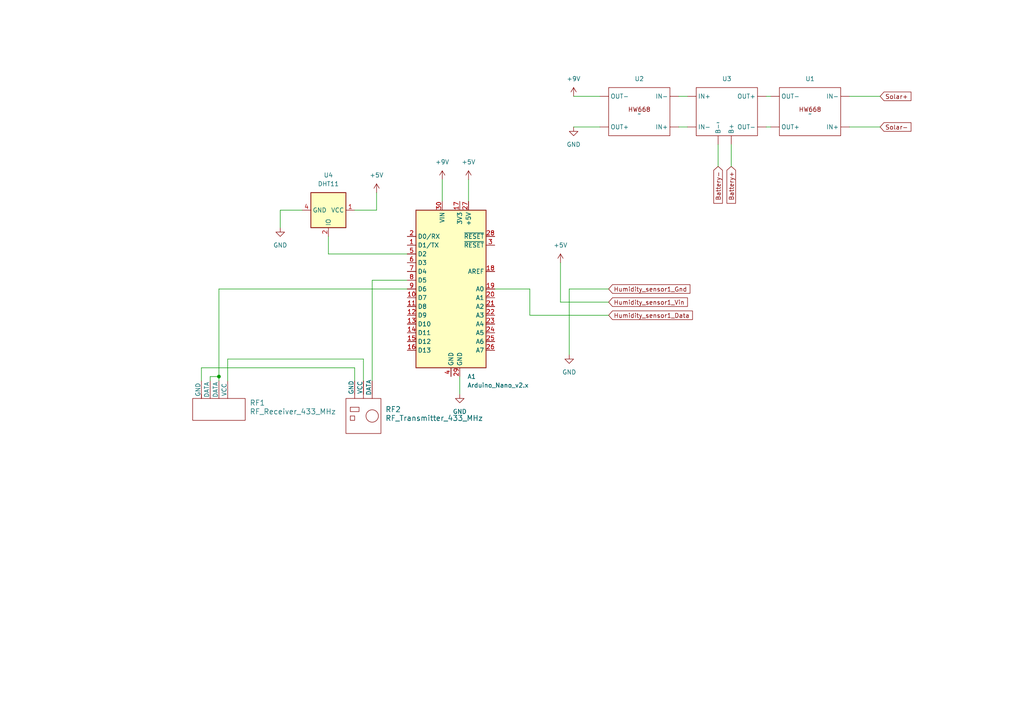
<source format=kicad_sch>
(kicad_sch (version 20230121) (generator eeschema)

  (uuid adbc4fd9-7e07-4b9d-b861-bc11f38dadb9)

  (paper "A4")

  (lib_symbols
    (symbol "Custom:HW668" (in_bom yes) (on_board yes)
      (property "Reference" "U" (at 0 1.27 0)
        (effects (font (size 1.27 1.27)))
      )
      (property "Value" "" (at 0 0 0)
        (effects (font (size 1.27 1.27)))
      )
      (property "Footprint" "" (at 0 0 0)
        (effects (font (size 1.27 1.27)) hide)
      )
      (property "Datasheet" "" (at 0 0 0)
        (effects (font (size 1.27 1.27)) hide)
      )
      (symbol "HW668_0_1"
        (rectangle (start -8.89 6.35) (end 8.89 -7.62)
          (stroke (width 0) (type default))
          (fill (type none))
        )
      )
      (symbol "HW668_1_1"
        (text "HW668\n" (at 0 -1.27 0)
          (effects (font (size 1.27 1.27)))
        )
        (pin input line (at -11.43 3.81 0) (length 2.54)
          (name "IN+" (effects (font (size 1.27 1.27))))
          (number "" (effects (font (size 1.27 1.27))))
        )
        (pin input line (at -11.43 -5.08 0) (length 2.54)
          (name "IN-" (effects (font (size 1.27 1.27))))
          (number "" (effects (font (size 1.27 1.27))))
        )
        (pin output line (at 11.43 3.81 180) (length 2.54)
          (name "OUT+" (effects (font (size 1.27 1.27))))
          (number "" (effects (font (size 1.27 1.27))))
        )
        (pin output line (at 11.43 -5.08 180) (length 2.54)
          (name "OUT-" (effects (font (size 1.27 1.27))))
          (number "" (effects (font (size 1.27 1.27))))
        )
      )
    )
    (symbol "Custom:TP4056" (in_bom yes) (on_board yes)
      (property "Reference" "U" (at 0 0 0)
        (effects (font (size 1.27 1.27)))
      )
      (property "Value" "" (at -2.54 -5.08 0)
        (effects (font (size 1.27 1.27)))
      )
      (property "Footprint" "" (at -2.54 -5.08 0)
        (effects (font (size 1.27 1.27)) hide)
      )
      (property "Datasheet" "" (at -2.54 -5.08 0)
        (effects (font (size 1.27 1.27)) hide)
      )
      (symbol "TP4056_0_1"
        (rectangle (start -8.89 5.08) (end 8.89 -8.89)
          (stroke (width 0) (type default))
          (fill (type none))
        )
      )
      (symbol "TP4056_1_1"
        (pin output line (at 1.27 -11.43 90) (length 2.54)
          (name "B+" (effects (font (size 1.27 1.27))))
          (number "" (effects (font (size 1.27 1.27))))
        )
        (pin output line (at -2.54 -11.43 90) (length 2.54)
          (name "B-" (effects (font (size 1.27 1.27))))
          (number "" (effects (font (size 1.27 1.27))))
        )
        (pin input line (at -11.43 2.54 0) (length 2.54)
          (name "IN+" (effects (font (size 1.27 1.27))))
          (number "" (effects (font (size 1.27 1.27))))
        )
        (pin input line (at -11.43 -6.35 0) (length 2.54)
          (name "IN-" (effects (font (size 1.27 1.27))))
          (number "" (effects (font (size 1.27 1.27))))
        )
        (pin output line (at 11.43 2.54 180) (length 2.54)
          (name "OUT+" (effects (font (size 1.27 1.27))))
          (number "" (effects (font (size 1.27 1.27))))
        )
        (pin output line (at 11.43 -6.35 180) (length 2.54)
          (name "OUT-" (effects (font (size 1.27 1.27))))
          (number "" (effects (font (size 1.27 1.27))))
        )
      )
    )
    (symbol "MCU_Module:Arduino_Nano_v2.x" (in_bom yes) (on_board yes)
      (property "Reference" "A" (at -10.16 23.495 0)
        (effects (font (size 1.27 1.27)) (justify left bottom))
      )
      (property "Value" "Arduino_Nano_v2.x" (at 5.08 -24.13 0)
        (effects (font (size 1.27 1.27)) (justify left top))
      )
      (property "Footprint" "Module:Arduino_Nano" (at 0 0 0)
        (effects (font (size 1.27 1.27) italic) hide)
      )
      (property "Datasheet" "https://www.arduino.cc/en/uploads/Main/ArduinoNanoManual23.pdf" (at 0 0 0)
        (effects (font (size 1.27 1.27)) hide)
      )
      (property "ki_keywords" "Arduino nano microcontroller module USB" (at 0 0 0)
        (effects (font (size 1.27 1.27)) hide)
      )
      (property "ki_description" "Arduino Nano v2.x" (at 0 0 0)
        (effects (font (size 1.27 1.27)) hide)
      )
      (property "ki_fp_filters" "Arduino*Nano*" (at 0 0 0)
        (effects (font (size 1.27 1.27)) hide)
      )
      (symbol "Arduino_Nano_v2.x_0_1"
        (rectangle (start -10.16 22.86) (end 10.16 -22.86)
          (stroke (width 0.254) (type default))
          (fill (type background))
        )
      )
      (symbol "Arduino_Nano_v2.x_1_1"
        (pin bidirectional line (at -12.7 12.7 0) (length 2.54)
          (name "D1/TX" (effects (font (size 1.27 1.27))))
          (number "1" (effects (font (size 1.27 1.27))))
        )
        (pin bidirectional line (at -12.7 -2.54 0) (length 2.54)
          (name "D7" (effects (font (size 1.27 1.27))))
          (number "10" (effects (font (size 1.27 1.27))))
        )
        (pin bidirectional line (at -12.7 -5.08 0) (length 2.54)
          (name "D8" (effects (font (size 1.27 1.27))))
          (number "11" (effects (font (size 1.27 1.27))))
        )
        (pin bidirectional line (at -12.7 -7.62 0) (length 2.54)
          (name "D9" (effects (font (size 1.27 1.27))))
          (number "12" (effects (font (size 1.27 1.27))))
        )
        (pin bidirectional line (at -12.7 -10.16 0) (length 2.54)
          (name "D10" (effects (font (size 1.27 1.27))))
          (number "13" (effects (font (size 1.27 1.27))))
        )
        (pin bidirectional line (at -12.7 -12.7 0) (length 2.54)
          (name "D11" (effects (font (size 1.27 1.27))))
          (number "14" (effects (font (size 1.27 1.27))))
        )
        (pin bidirectional line (at -12.7 -15.24 0) (length 2.54)
          (name "D12" (effects (font (size 1.27 1.27))))
          (number "15" (effects (font (size 1.27 1.27))))
        )
        (pin bidirectional line (at -12.7 -17.78 0) (length 2.54)
          (name "D13" (effects (font (size 1.27 1.27))))
          (number "16" (effects (font (size 1.27 1.27))))
        )
        (pin power_out line (at 2.54 25.4 270) (length 2.54)
          (name "3V3" (effects (font (size 1.27 1.27))))
          (number "17" (effects (font (size 1.27 1.27))))
        )
        (pin input line (at 12.7 5.08 180) (length 2.54)
          (name "AREF" (effects (font (size 1.27 1.27))))
          (number "18" (effects (font (size 1.27 1.27))))
        )
        (pin bidirectional line (at 12.7 0 180) (length 2.54)
          (name "A0" (effects (font (size 1.27 1.27))))
          (number "19" (effects (font (size 1.27 1.27))))
        )
        (pin bidirectional line (at -12.7 15.24 0) (length 2.54)
          (name "D0/RX" (effects (font (size 1.27 1.27))))
          (number "2" (effects (font (size 1.27 1.27))))
        )
        (pin bidirectional line (at 12.7 -2.54 180) (length 2.54)
          (name "A1" (effects (font (size 1.27 1.27))))
          (number "20" (effects (font (size 1.27 1.27))))
        )
        (pin bidirectional line (at 12.7 -5.08 180) (length 2.54)
          (name "A2" (effects (font (size 1.27 1.27))))
          (number "21" (effects (font (size 1.27 1.27))))
        )
        (pin bidirectional line (at 12.7 -7.62 180) (length 2.54)
          (name "A3" (effects (font (size 1.27 1.27))))
          (number "22" (effects (font (size 1.27 1.27))))
        )
        (pin bidirectional line (at 12.7 -10.16 180) (length 2.54)
          (name "A4" (effects (font (size 1.27 1.27))))
          (number "23" (effects (font (size 1.27 1.27))))
        )
        (pin bidirectional line (at 12.7 -12.7 180) (length 2.54)
          (name "A5" (effects (font (size 1.27 1.27))))
          (number "24" (effects (font (size 1.27 1.27))))
        )
        (pin bidirectional line (at 12.7 -15.24 180) (length 2.54)
          (name "A6" (effects (font (size 1.27 1.27))))
          (number "25" (effects (font (size 1.27 1.27))))
        )
        (pin bidirectional line (at 12.7 -17.78 180) (length 2.54)
          (name "A7" (effects (font (size 1.27 1.27))))
          (number "26" (effects (font (size 1.27 1.27))))
        )
        (pin power_out line (at 5.08 25.4 270) (length 2.54)
          (name "+5V" (effects (font (size 1.27 1.27))))
          (number "27" (effects (font (size 1.27 1.27))))
        )
        (pin input line (at 12.7 15.24 180) (length 2.54)
          (name "~{RESET}" (effects (font (size 1.27 1.27))))
          (number "28" (effects (font (size 1.27 1.27))))
        )
        (pin power_in line (at 2.54 -25.4 90) (length 2.54)
          (name "GND" (effects (font (size 1.27 1.27))))
          (number "29" (effects (font (size 1.27 1.27))))
        )
        (pin input line (at 12.7 12.7 180) (length 2.54)
          (name "~{RESET}" (effects (font (size 1.27 1.27))))
          (number "3" (effects (font (size 1.27 1.27))))
        )
        (pin power_in line (at -2.54 25.4 270) (length 2.54)
          (name "VIN" (effects (font (size 1.27 1.27))))
          (number "30" (effects (font (size 1.27 1.27))))
        )
        (pin power_in line (at 0 -25.4 90) (length 2.54)
          (name "GND" (effects (font (size 1.27 1.27))))
          (number "4" (effects (font (size 1.27 1.27))))
        )
        (pin bidirectional line (at -12.7 10.16 0) (length 2.54)
          (name "D2" (effects (font (size 1.27 1.27))))
          (number "5" (effects (font (size 1.27 1.27))))
        )
        (pin bidirectional line (at -12.7 7.62 0) (length 2.54)
          (name "D3" (effects (font (size 1.27 1.27))))
          (number "6" (effects (font (size 1.27 1.27))))
        )
        (pin bidirectional line (at -12.7 5.08 0) (length 2.54)
          (name "D4" (effects (font (size 1.27 1.27))))
          (number "7" (effects (font (size 1.27 1.27))))
        )
        (pin bidirectional line (at -12.7 2.54 0) (length 2.54)
          (name "D5" (effects (font (size 1.27 1.27))))
          (number "8" (effects (font (size 1.27 1.27))))
        )
        (pin bidirectional line (at -12.7 0 0) (length 2.54)
          (name "D6" (effects (font (size 1.27 1.27))))
          (number "9" (effects (font (size 1.27 1.27))))
        )
      )
    )
    (symbol "Sensor:DHT11" (in_bom yes) (on_board yes)
      (property "Reference" "U" (at -3.81 6.35 0)
        (effects (font (size 1.27 1.27)))
      )
      (property "Value" "DHT11" (at 3.81 6.35 0)
        (effects (font (size 1.27 1.27)))
      )
      (property "Footprint" "Sensor:Aosong_DHT11_5.5x12.0_P2.54mm" (at 0 -10.16 0)
        (effects (font (size 1.27 1.27)) hide)
      )
      (property "Datasheet" "http://akizukidenshi.com/download/ds/aosong/DHT11.pdf" (at 3.81 6.35 0)
        (effects (font (size 1.27 1.27)) hide)
      )
      (property "ki_keywords" "Digital temperature humidity sensor" (at 0 0 0)
        (effects (font (size 1.27 1.27)) hide)
      )
      (property "ki_description" "Temperature and humidity module" (at 0 0 0)
        (effects (font (size 1.27 1.27)) hide)
      )
      (property "ki_fp_filters" "Aosong*DHT11*5.5x12.0*P2.54mm*" (at 0 0 0)
        (effects (font (size 1.27 1.27)) hide)
      )
      (symbol "DHT11_0_1"
        (rectangle (start -5.08 5.08) (end 5.08 -5.08)
          (stroke (width 0.254) (type default))
          (fill (type background))
        )
      )
      (symbol "DHT11_1_1"
        (pin power_in line (at 0 7.62 270) (length 2.54)
          (name "VCC" (effects (font (size 1.27 1.27))))
          (number "1" (effects (font (size 1.27 1.27))))
        )
        (pin bidirectional line (at 7.62 0 180) (length 2.54)
          (name "IO" (effects (font (size 1.27 1.27))))
          (number "2" (effects (font (size 1.27 1.27))))
        )
        (pin no_connect line (at -5.08 0 0) (length 2.54) hide
          (name "NC" (effects (font (size 1.27 1.27))))
          (number "3" (effects (font (size 1.27 1.27))))
        )
        (pin power_in line (at 0 -7.62 90) (length 2.54)
          (name "GND" (effects (font (size 1.27 1.27))))
          (number "4" (effects (font (size 1.27 1.27))))
        )
      )
    )
    (symbol "otter:+5V" (power) (pin_names (offset 0)) (in_bom yes) (on_board yes)
      (property "Reference" "#PWR" (at 0 -3.81 0)
        (effects (font (size 1.27 1.27)) hide)
      )
      (property "Value" "+5V" (at 0 3.556 0)
        (effects (font (size 1.27 1.27)))
      )
      (property "Footprint" "" (at 0 0 0)
        (effects (font (size 1.524 1.524)))
      )
      (property "Datasheet" "" (at 0 0 0)
        (effects (font (size 1.524 1.524)))
      )
      (symbol "+5V_0_1"
        (polyline
          (pts
            (xy -0.762 1.27)
            (xy 0 2.54)
          )
          (stroke (width 0) (type solid))
          (fill (type none))
        )
        (polyline
          (pts
            (xy 0 0)
            (xy 0 2.54)
          )
          (stroke (width 0) (type solid))
          (fill (type none))
        )
        (polyline
          (pts
            (xy 0 2.54)
            (xy 0.762 1.27)
          )
          (stroke (width 0) (type solid))
          (fill (type none))
        )
      )
      (symbol "+5V_1_1"
        (pin power_in line (at 0 0 90) (length 0) hide
          (name "+5V" (effects (font (size 1.27 1.27))))
          (number "1" (effects (font (size 1.27 1.27))))
        )
      )
    )
    (symbol "otter:GND" (power) (pin_names (offset 0)) (in_bom yes) (on_board yes)
      (property "Reference" "#PWR" (at 0 -6.35 0)
        (effects (font (size 1.27 1.27)) hide)
      )
      (property "Value" "GND" (at 0 -3.81 0)
        (effects (font (size 1.27 1.27)))
      )
      (property "Footprint" "" (at 0 0 0)
        (effects (font (size 1.524 1.524)))
      )
      (property "Datasheet" "" (at 0 0 0)
        (effects (font (size 1.524 1.524)))
      )
      (symbol "GND_0_1"
        (polyline
          (pts
            (xy 0 0)
            (xy 0 -1.27)
            (xy 1.27 -1.27)
            (xy 0 -2.54)
            (xy -1.27 -1.27)
            (xy 0 -1.27)
          )
          (stroke (width 0) (type solid))
          (fill (type none))
        )
      )
      (symbol "GND_1_1"
        (pin power_in line (at 0 0 270) (length 0) hide
          (name "GND" (effects (font (size 1.27 1.27))))
          (number "1" (effects (font (size 1.27 1.27))))
        )
      )
    )
    (symbol "power:+9V" (power) (pin_names (offset 0)) (in_bom yes) (on_board yes)
      (property "Reference" "#PWR" (at 0 -3.81 0)
        (effects (font (size 1.27 1.27)) hide)
      )
      (property "Value" "+9V" (at 0 3.556 0)
        (effects (font (size 1.27 1.27)))
      )
      (property "Footprint" "" (at 0 0 0)
        (effects (font (size 1.27 1.27)) hide)
      )
      (property "Datasheet" "" (at 0 0 0)
        (effects (font (size 1.27 1.27)) hide)
      )
      (property "ki_keywords" "global power" (at 0 0 0)
        (effects (font (size 1.27 1.27)) hide)
      )
      (property "ki_description" "Power symbol creates a global label with name \"+9V\"" (at 0 0 0)
        (effects (font (size 1.27 1.27)) hide)
      )
      (symbol "+9V_0_1"
        (polyline
          (pts
            (xy -0.762 1.27)
            (xy 0 2.54)
          )
          (stroke (width 0) (type default))
          (fill (type none))
        )
        (polyline
          (pts
            (xy 0 0)
            (xy 0 2.54)
          )
          (stroke (width 0) (type default))
          (fill (type none))
        )
        (polyline
          (pts
            (xy 0 2.54)
            (xy 0.762 1.27)
          )
          (stroke (width 0) (type default))
          (fill (type none))
        )
      )
      (symbol "+9V_1_1"
        (pin power_in line (at 0 0 90) (length 0) hide
          (name "+9V" (effects (font (size 1.27 1.27))))
          (number "1" (effects (font (size 1.27 1.27))))
        )
      )
    )
    (symbol "sensors:RF_Receiver_433_MHz" (pin_numbers hide) (pin_names (offset 0)) (in_bom yes) (on_board yes)
      (property "Reference" "RF" (at 0 16.51 0)
        (effects (font (size 1.524 1.524)))
      )
      (property "Value" "RF_Receiver_433_MHz" (at 0 13.97 0)
        (effects (font (size 1.524 1.524)))
      )
      (property "Footprint" "" (at 2.54 0 0)
        (effects (font (size 1.524 1.524)))
      )
      (property "Datasheet" "" (at 2.54 0 0)
        (effects (font (size 1.524 1.524)))
      )
      (property "ki_keywords" "rf, receiver, 433" (at 0 0 0)
        (effects (font (size 1.27 1.27)) hide)
      )
      (property "ki_description" "An RF receiver at 433 MHz" (at 0 0 0)
        (effects (font (size 1.27 1.27)) hide)
      )
      (symbol "RF_Receiver_433_MHz_0_1"
        (rectangle (start -7.62 5.08) (end 7.62 11.43)
          (stroke (width 0) (type solid))
          (fill (type none))
        )
        (polyline
          (pts
            (xy 5.08 3.81)
            (xy 5.08 5.08)
          )
          (stroke (width 0) (type solid))
          (fill (type none))
        )
      )
      (symbol "RF_Receiver_433_MHz_1_1"
        (pin power_in line (at -2.54 0 90) (length 5.08)
          (name "VCC" (effects (font (size 1.27 1.27))))
          (number "1" (effects (font (size 1.27 1.27))))
        )
        (pin input line (at 0 0 90) (length 5.08)
          (name "DATA" (effects (font (size 1.27 1.27))))
          (number "2" (effects (font (size 1.27 1.27))))
        )
        (pin output line (at 2.54 0 90) (length 5.08)
          (name "DATA" (effects (font (size 1.27 1.27))))
          (number "3" (effects (font (size 1.27 1.27))))
        )
        (pin power_in line (at 5.08 0 90) (length 5.08)
          (name "GND" (effects (font (size 1.27 1.27))))
          (number "4" (effects (font (size 1.27 1.27))))
        )
      )
    )
    (symbol "sensors:RF_Transmitter_433_MHz" (pin_numbers hide) (pin_names (offset 0)) (in_bom yes) (on_board yes)
      (property "Reference" "RF" (at 0 20.32 0)
        (effects (font (size 1.524 1.524)))
      )
      (property "Value" "RF_Transmitter_433_MHz" (at 0 17.78 0)
        (effects (font (size 1.524 1.524)))
      )
      (property "Footprint" "" (at 0 0 0)
        (effects (font (size 1.524 1.524)))
      )
      (property "Datasheet" "" (at 0 0 0)
        (effects (font (size 1.524 1.524)))
      )
      (property "ki_keywords" "rf, transmitter, 433" (at 0 0 0)
        (effects (font (size 1.27 1.27)) hide)
      )
      (property "ki_description" "An RF transmitter at 433 MHz" (at 0 0 0)
        (effects (font (size 1.27 1.27)) hide)
      )
      (symbol "RF_Transmitter_433_MHz_0_1"
        (rectangle (start -5.08 5.08) (end 5.08 15.24)
          (stroke (width 0) (type solid))
          (fill (type none))
        )
        (circle (center -2.54 10.16) (radius 1.8034)
          (stroke (width 0) (type solid))
          (fill (type none))
        )
        (polyline
          (pts
            (xy -2.54 3.81)
            (xy -2.54 5.08)
          )
          (stroke (width 0) (type solid))
          (fill (type none))
        )
        (polyline
          (pts
            (xy 0 3.81)
            (xy 0 5.08)
          )
          (stroke (width 0) (type solid))
          (fill (type none))
        )
        (polyline
          (pts
            (xy 2.54 3.81)
            (xy 2.54 5.08)
          )
          (stroke (width 0) (type solid))
          (fill (type none))
        )
        (rectangle (start 3.81 8.89) (end 1.27 7.62)
          (stroke (width 0) (type solid))
          (fill (type none))
        )
        (rectangle (start 3.81 11.43) (end 2.54 10.16)
          (stroke (width 0) (type solid))
          (fill (type none))
        )
      )
      (symbol "RF_Transmitter_433_MHz_1_1"
        (pin input line (at -2.54 0 90) (length 3.81)
          (name "DATA" (effects (font (size 1.27 1.27))))
          (number "1" (effects (font (size 1.27 1.27))))
        )
        (pin power_in line (at 0 0 90) (length 3.81)
          (name "VCC" (effects (font (size 1.27 1.27))))
          (number "2" (effects (font (size 1.27 1.27))))
        )
        (pin power_in line (at 2.54 0 90) (length 3.81)
          (name "GND" (effects (font (size 1.27 1.27))))
          (number "3" (effects (font (size 1.27 1.27))))
        )
      )
    )
  )

  (junction (at 63.5 109.22) (diameter 0) (color 0 0 0 0)
    (uuid a488980e-afae-4aac-bd94-fcc9dc92337c)
  )

  (wire (pts (xy 66.04 104.14) (xy 105.41 104.14))
    (stroke (width 0) (type default))
    (uuid 037a724c-7f22-4160-b503-19f41bc60684)
  )
  (wire (pts (xy 63.5 110.49) (xy 63.5 109.22))
    (stroke (width 0) (type default))
    (uuid 10f7cf20-7f8d-4dab-98dd-1e30995d27f8)
  )
  (wire (pts (xy 222.25 27.94) (xy 223.52 27.94))
    (stroke (width 0) (type default))
    (uuid 13e1d9dd-c2da-4d7a-b3c8-55f4ee5059cd)
  )
  (wire (pts (xy 153.67 91.44) (xy 153.67 83.82))
    (stroke (width 0) (type default))
    (uuid 1cf84b58-ce7a-4b9e-b4cf-a99b3bc807c7)
  )
  (wire (pts (xy 58.42 106.68) (xy 102.87 106.68))
    (stroke (width 0) (type default))
    (uuid 22c198d5-62b4-4417-9c98-b7988031bc9d)
  )
  (wire (pts (xy 222.25 36.83) (xy 223.52 36.83))
    (stroke (width 0) (type default))
    (uuid 2e4f5c6d-0932-4def-b526-689a20325fff)
  )
  (wire (pts (xy 212.09 41.91) (xy 212.09 48.26))
    (stroke (width 0) (type default))
    (uuid 2f1f0f5b-0107-4c0f-b0d9-0d458b4d3284)
  )
  (wire (pts (xy 196.85 27.94) (xy 199.39 27.94))
    (stroke (width 0) (type default))
    (uuid 30ba4bc5-659c-4839-b891-33bbc7f4e69c)
  )
  (wire (pts (xy 128.27 52.07) (xy 128.27 58.42))
    (stroke (width 0) (type default))
    (uuid 3334a163-665c-46ea-8885-bb3df55be62b)
  )
  (wire (pts (xy 107.95 81.28) (xy 118.11 81.28))
    (stroke (width 0) (type default))
    (uuid 3abcce03-6373-46e4-b25d-1b41a347d82b)
  )
  (wire (pts (xy 196.85 36.83) (xy 199.39 36.83))
    (stroke (width 0) (type default))
    (uuid 43adb796-6592-4868-a36e-bec8b1c80ae3)
  )
  (wire (pts (xy 60.96 109.22) (xy 60.96 110.49))
    (stroke (width 0) (type default))
    (uuid 4e3e1dd8-bf8c-4a35-9818-fbe8320f227e)
  )
  (wire (pts (xy 162.56 76.2) (xy 162.56 87.63))
    (stroke (width 0) (type default))
    (uuid 546c1627-84a5-4848-9431-fedea3b58045)
  )
  (wire (pts (xy 166.37 27.94) (xy 173.99 27.94))
    (stroke (width 0) (type default))
    (uuid 69e73ae1-59d6-45d6-b72b-d7111b6e64f6)
  )
  (wire (pts (xy 66.04 110.49) (xy 66.04 104.14))
    (stroke (width 0) (type default))
    (uuid 7189315f-b03b-4678-94d8-a06716094342)
  )
  (wire (pts (xy 109.22 55.88) (xy 109.22 60.96))
    (stroke (width 0) (type default))
    (uuid 74920013-c7f4-46fc-9182-8c0d690458b3)
  )
  (wire (pts (xy 63.5 109.22) (xy 63.5 83.82))
    (stroke (width 0) (type default))
    (uuid 7f6e0c82-de5f-4c4b-93ed-1a907092cf3c)
  )
  (wire (pts (xy 166.37 36.83) (xy 173.99 36.83))
    (stroke (width 0) (type default))
    (uuid 83c7f0c8-8a1e-4336-8540-d510850ed9a7)
  )
  (wire (pts (xy 153.67 83.82) (xy 143.51 83.82))
    (stroke (width 0) (type default))
    (uuid 851841f5-9411-48b1-a7b0-c0724a8a5cb5)
  )
  (wire (pts (xy 95.25 68.58) (xy 95.25 73.66))
    (stroke (width 0) (type default))
    (uuid 854837fe-804a-468b-9371-2bdba841532b)
  )
  (wire (pts (xy 95.25 73.66) (xy 118.11 73.66))
    (stroke (width 0) (type default))
    (uuid 894eccbd-bb71-477a-a221-6c6fd4857391)
  )
  (wire (pts (xy 246.38 36.83) (xy 255.27 36.83))
    (stroke (width 0) (type default))
    (uuid 9591ab48-9985-495c-b759-1bca59594e3b)
  )
  (wire (pts (xy 165.1 102.87) (xy 165.1 83.82))
    (stroke (width 0) (type default))
    (uuid 9595913f-6626-45e0-97e4-d9ad8c8bfbe0)
  )
  (wire (pts (xy 208.28 41.91) (xy 208.28 48.26))
    (stroke (width 0) (type default))
    (uuid 9651ca8b-c623-4836-b6ac-f18d96d1e15e)
  )
  (wire (pts (xy 63.5 83.82) (xy 118.11 83.82))
    (stroke (width 0) (type default))
    (uuid 98e468ce-8bd4-4a7d-b408-61e121805ddb)
  )
  (wire (pts (xy 165.1 83.82) (xy 176.53 83.82))
    (stroke (width 0) (type default))
    (uuid a3636f77-df9d-4cdc-9595-ecf56ea2155d)
  )
  (wire (pts (xy 81.28 66.04) (xy 81.28 60.96))
    (stroke (width 0) (type default))
    (uuid a40acc7a-2c75-4cb0-8cdb-fbc530676dfb)
  )
  (wire (pts (xy 109.22 60.96) (xy 102.87 60.96))
    (stroke (width 0) (type default))
    (uuid a563f127-55b0-4851-b966-29fcc8cbc656)
  )
  (wire (pts (xy 133.35 109.22) (xy 133.35 114.3))
    (stroke (width 0) (type default))
    (uuid a7909933-8c86-44ec-9c5f-07b943186ecd)
  )
  (wire (pts (xy 162.56 87.63) (xy 176.53 87.63))
    (stroke (width 0) (type default))
    (uuid b0d00813-922e-43a3-8958-86a0ac65f187)
  )
  (wire (pts (xy 176.53 91.44) (xy 153.67 91.44))
    (stroke (width 0) (type default))
    (uuid be32ff58-410e-4370-aa77-fb0860838418)
  )
  (wire (pts (xy 246.38 27.94) (xy 255.27 27.94))
    (stroke (width 0) (type default))
    (uuid bf905bb8-2e99-4844-9ac6-3776c3c93b91)
  )
  (wire (pts (xy 63.5 109.22) (xy 60.96 109.22))
    (stroke (width 0) (type default))
    (uuid ccf0fc5e-0c26-4f4e-819e-352153386265)
  )
  (wire (pts (xy 102.87 106.68) (xy 102.87 110.49))
    (stroke (width 0) (type default))
    (uuid d2231b2b-1ec7-4ba1-a98e-7af42863f2ee)
  )
  (wire (pts (xy 58.42 110.49) (xy 58.42 106.68))
    (stroke (width 0) (type default))
    (uuid e418720e-e86c-4a47-be06-ec8211551cf9)
  )
  (wire (pts (xy 81.28 60.96) (xy 87.63 60.96))
    (stroke (width 0) (type default))
    (uuid e7fdd68e-9cc0-4ff4-90ab-c95b9f97419e)
  )
  (wire (pts (xy 107.95 110.49) (xy 107.95 81.28))
    (stroke (width 0) (type default))
    (uuid ea3ff46f-d27d-46dd-be85-d9bd3c70269b)
  )
  (wire (pts (xy 105.41 104.14) (xy 105.41 110.49))
    (stroke (width 0) (type default))
    (uuid effde202-916f-4aee-969a-f78c1e54d996)
  )
  (wire (pts (xy 135.89 52.07) (xy 135.89 58.42))
    (stroke (width 0) (type default))
    (uuid fc109de4-b758-468b-8098-c3c6d505efd4)
  )

  (global_label "Humidity_sensor1_Gnd" (shape input) (at 176.53 83.82 0) (fields_autoplaced)
    (effects (font (size 1.27 1.27)) (justify left))
    (uuid 1ad9debe-fe16-46bb-a792-b5a3c3c8a8b2)
    (property "Intersheetrefs" "${INTERSHEET_REFS}" (at 200.6816 83.82 0)
      (effects (font (size 1.27 1.27)) (justify left) hide)
    )
  )
  (global_label "Battery+" (shape input) (at 212.09 48.26 270) (fields_autoplaced)
    (effects (font (size 1.27 1.27)) (justify right))
    (uuid 2e0cc8ce-8b92-4dbd-a406-6c24665d2d0c)
    (property "Intersheetrefs" "${INTERSHEET_REFS}" (at 212.09 59.5304 90)
      (effects (font (size 1.27 1.27)) (justify right) hide)
    )
  )
  (global_label "Battery-" (shape input) (at 208.28 48.26 270) (fields_autoplaced)
    (effects (font (size 1.27 1.27)) (justify right))
    (uuid 6a006d65-6b1f-4c98-a3f6-f581b5c367d3)
    (property "Intersheetrefs" "${INTERSHEET_REFS}" (at 208.28 59.5304 90)
      (effects (font (size 1.27 1.27)) (justify right) hide)
    )
  )
  (global_label "Solar+" (shape input) (at 255.27 27.94 0) (fields_autoplaced)
    (effects (font (size 1.27 1.27)) (justify left))
    (uuid 82c2f87a-e80d-4fba-9d69-d759aec53e29)
    (property "Intersheetrefs" "${INTERSHEET_REFS}" (at 264.7865 27.94 0)
      (effects (font (size 1.27 1.27)) (justify left) hide)
    )
  )
  (global_label "Solar-" (shape input) (at 255.27 36.83 0) (fields_autoplaced)
    (effects (font (size 1.27 1.27)) (justify left))
    (uuid 8a47cbb7-b06f-4fe6-831c-9f8443748747)
    (property "Intersheetrefs" "${INTERSHEET_REFS}" (at 264.7865 36.83 0)
      (effects (font (size 1.27 1.27)) (justify left) hide)
    )
  )
  (global_label "Humidity_sensor1_Vin" (shape input) (at 176.53 87.63 0) (fields_autoplaced)
    (effects (font (size 1.27 1.27)) (justify left))
    (uuid a4af3140-006e-4d0f-915b-1c3bcd67d25e)
    (property "Intersheetrefs" "${INTERSHEET_REFS}" (at 199.956 87.63 0)
      (effects (font (size 1.27 1.27)) (justify left) hide)
    )
  )
  (global_label "Humidity_sensor1_Data" (shape input) (at 176.53 91.44 0) (fields_autoplaced)
    (effects (font (size 1.27 1.27)) (justify left))
    (uuid de6da765-efc5-4648-adc8-724e6a2e17ce)
    (property "Intersheetrefs" "${INTERSHEET_REFS}" (at 201.4073 91.44 0)
      (effects (font (size 1.27 1.27)) (justify left) hide)
    )
  )

  (symbol (lib_id "otter:GND") (at 165.1 102.87 0) (unit 1)
    (in_bom yes) (on_board yes) (dnp no) (fields_autoplaced)
    (uuid 0b19cd2e-5fc2-4766-882a-7bec1f387f10)
    (property "Reference" "#PWR08" (at 165.1 109.22 0)
      (effects (font (size 1.27 1.27)) hide)
    )
    (property "Value" "GND" (at 165.1 107.95 0)
      (effects (font (size 1.27 1.27)))
    )
    (property "Footprint" "" (at 165.1 102.87 0)
      (effects (font (size 1.524 1.524)))
    )
    (property "Datasheet" "" (at 165.1 102.87 0)
      (effects (font (size 1.524 1.524)))
    )
    (pin "1" (uuid b70e3e73-20b1-4a7e-b1d3-7b5d5e7ace88))
    (instances
      (project "sensor v1"
        (path "/adbc4fd9-7e07-4b9d-b861-bc11f38dadb9"
          (reference "#PWR08") (unit 1)
        )
      )
    )
  )

  (symbol (lib_id "Custom:TP4056") (at 210.82 30.48 0) (unit 1)
    (in_bom yes) (on_board yes) (dnp no) (fields_autoplaced)
    (uuid 1606a1ba-4581-4278-a9d5-a8a3f7e47ce0)
    (property "Reference" "U3" (at 210.82 22.86 0)
      (effects (font (size 1.27 1.27)))
    )
    (property "Value" "~" (at 208.28 35.56 0)
      (effects (font (size 1.27 1.27)))
    )
    (property "Footprint" "" (at 208.28 35.56 0)
      (effects (font (size 1.27 1.27)) hide)
    )
    (property "Datasheet" "" (at 208.28 35.56 0)
      (effects (font (size 1.27 1.27)) hide)
    )
    (pin "" (uuid ec5ef319-a508-4c2e-8430-935e45cf3b87))
    (pin "" (uuid 8f2b061b-0796-4d36-a850-3ecce82e3fd1))
    (pin "" (uuid b7ee2ad9-f7cf-4b30-aaac-948dce62952d))
    (pin "" (uuid 88bc8f9b-62e2-47a8-a90b-7888b9ee14f3))
    (pin "" (uuid 033dc1cc-56cb-466c-b1f2-0465a0fa71b1))
    (pin "" (uuid 014f0443-89d5-4fc4-ae62-4fd0d40b795e))
    (instances
      (project "sensor v1"
        (path "/adbc4fd9-7e07-4b9d-b861-bc11f38dadb9"
          (reference "U3") (unit 1)
        )
      )
    )
  )

  (symbol (lib_id "Custom:HW668") (at 234.95 33.02 180) (unit 1)
    (in_bom yes) (on_board yes) (dnp no) (fields_autoplaced)
    (uuid 35753274-5d83-46e3-bdd0-6bb2159feebe)
    (property "Reference" "U1" (at 234.95 22.86 0)
      (effects (font (size 1.27 1.27)))
    )
    (property "Value" "~" (at 234.95 33.02 0)
      (effects (font (size 1.27 1.27)))
    )
    (property "Footprint" "" (at 234.95 33.02 0)
      (effects (font (size 1.27 1.27)) hide)
    )
    (property "Datasheet" "" (at 234.95 33.02 0)
      (effects (font (size 1.27 1.27)) hide)
    )
    (pin "" (uuid 0421fa14-826a-400c-a553-4df6459cfe91))
    (pin "" (uuid 9cbacd71-1f6f-4d5f-b5f8-47e512913e4f))
    (pin "" (uuid 64c469c1-de7e-42d9-9c0d-14b774f5b268))
    (pin "" (uuid 6eac7d8b-513c-4492-8113-3777073e19ec))
    (instances
      (project "sensor v1"
        (path "/adbc4fd9-7e07-4b9d-b861-bc11f38dadb9"
          (reference "U1") (unit 1)
        )
      )
    )
  )

  (symbol (lib_id "otter:GND") (at 133.35 114.3 0) (unit 1)
    (in_bom yes) (on_board yes) (dnp no) (fields_autoplaced)
    (uuid 481082af-2237-4a1a-9518-66472a055963)
    (property "Reference" "#PWR01" (at 133.35 120.65 0)
      (effects (font (size 1.27 1.27)) hide)
    )
    (property "Value" "GND" (at 133.35 119.38 0)
      (effects (font (size 1.27 1.27)))
    )
    (property "Footprint" "" (at 133.35 114.3 0)
      (effects (font (size 1.524 1.524)))
    )
    (property "Datasheet" "" (at 133.35 114.3 0)
      (effects (font (size 1.524 1.524)))
    )
    (pin "1" (uuid ccddac2c-b50b-42e1-81c0-bf9ac867d321))
    (instances
      (project "sensor v1"
        (path "/adbc4fd9-7e07-4b9d-b861-bc11f38dadb9"
          (reference "#PWR01") (unit 1)
        )
      )
    )
  )

  (symbol (lib_id "Custom:HW668") (at 185.42 33.02 180) (unit 1)
    (in_bom yes) (on_board yes) (dnp no) (fields_autoplaced)
    (uuid 67e329f6-b807-4976-9136-522d3f0d44cd)
    (property "Reference" "U2" (at 185.42 22.86 0)
      (effects (font (size 1.27 1.27)))
    )
    (property "Value" "~" (at 185.42 33.02 0)
      (effects (font (size 1.27 1.27)))
    )
    (property "Footprint" "" (at 185.42 33.02 0)
      (effects (font (size 1.27 1.27)) hide)
    )
    (property "Datasheet" "" (at 185.42 33.02 0)
      (effects (font (size 1.27 1.27)) hide)
    )
    (pin "" (uuid 480dd695-865d-4e05-aa80-03b31a54e8a0))
    (pin "" (uuid 58b9f5b8-0e3f-49a9-933d-067de3549e1c))
    (pin "" (uuid fb9f6b2d-6ea2-4f3a-a1d0-70bddd1ddfb0))
    (pin "" (uuid e4c09bf2-783c-4f20-9ca3-ee6a644548de))
    (instances
      (project "sensor v1"
        (path "/adbc4fd9-7e07-4b9d-b861-bc11f38dadb9"
          (reference "U2") (unit 1)
        )
      )
    )
  )

  (symbol (lib_id "otter:+5V") (at 162.56 76.2 0) (unit 1)
    (in_bom yes) (on_board yes) (dnp no) (fields_autoplaced)
    (uuid 68d29d8d-397d-44ca-ab82-623aa2fd8a41)
    (property "Reference" "#PWR09" (at 162.56 80.01 0)
      (effects (font (size 1.27 1.27)) hide)
    )
    (property "Value" "+5V" (at 162.56 71.12 0)
      (effects (font (size 1.27 1.27)))
    )
    (property "Footprint" "" (at 162.56 76.2 0)
      (effects (font (size 1.524 1.524)))
    )
    (property "Datasheet" "" (at 162.56 76.2 0)
      (effects (font (size 1.524 1.524)))
    )
    (pin "1" (uuid 1d9962d8-cfba-41ee-af7a-ae291bcc9998))
    (instances
      (project "sensor v1"
        (path "/adbc4fd9-7e07-4b9d-b861-bc11f38dadb9"
          (reference "#PWR09") (unit 1)
        )
      )
    )
  )

  (symbol (lib_id "otter:+5V") (at 109.22 55.88 0) (unit 1)
    (in_bom yes) (on_board yes) (dnp no) (fields_autoplaced)
    (uuid 810748d6-a2ad-49d5-9e13-1bbf97d1c25b)
    (property "Reference" "#PWR06" (at 109.22 59.69 0)
      (effects (font (size 1.27 1.27)) hide)
    )
    (property "Value" "+5V" (at 109.22 50.8 0)
      (effects (font (size 1.27 1.27)))
    )
    (property "Footprint" "" (at 109.22 55.88 0)
      (effects (font (size 1.524 1.524)))
    )
    (property "Datasheet" "" (at 109.22 55.88 0)
      (effects (font (size 1.524 1.524)))
    )
    (pin "1" (uuid 95624bd1-55d5-46bd-918f-638cb611784e))
    (instances
      (project "sensor v1"
        (path "/adbc4fd9-7e07-4b9d-b861-bc11f38dadb9"
          (reference "#PWR06") (unit 1)
        )
      )
    )
  )

  (symbol (lib_id "sensors:RF_Transmitter_433_MHz") (at 105.41 110.49 180) (unit 1)
    (in_bom yes) (on_board yes) (dnp no) (fields_autoplaced)
    (uuid 87de18b0-5a7f-4ef8-af95-719a27861375)
    (property "Reference" "RF2" (at 111.76 118.745 0)
      (effects (font (size 1.524 1.524)) (justify right))
    )
    (property "Value" "RF_Transmitter_433_MHz" (at 111.76 121.285 0)
      (effects (font (size 1.524 1.524)) (justify right))
    )
    (property "Footprint" "" (at 105.41 110.49 0)
      (effects (font (size 1.524 1.524)))
    )
    (property "Datasheet" "" (at 105.41 110.49 0)
      (effects (font (size 1.524 1.524)))
    )
    (pin "1" (uuid f22ce68e-353d-49e2-b75f-9c2bfe5d6964))
    (pin "2" (uuid 9aaedfb4-1cdf-4ee5-82e5-aec91579b554))
    (pin "3" (uuid 715bb673-77e7-478a-a7cc-33a3f92652d3))
    (instances
      (project "receiver"
        (path "/28bc296b-dee1-43c4-aa02-d736ea10146c"
          (reference "RF2") (unit 1)
        )
      )
      (project "sensor v1"
        (path "/adbc4fd9-7e07-4b9d-b861-bc11f38dadb9"
          (reference "RF2") (unit 1)
        )
      )
    )
  )

  (symbol (lib_id "Sensor:DHT11") (at 95.25 60.96 270) (unit 1)
    (in_bom yes) (on_board yes) (dnp no) (fields_autoplaced)
    (uuid 8b2ff045-c29b-4d6d-ac77-ea7214f54ae7)
    (property "Reference" "U4" (at 95.25 50.8 90)
      (effects (font (size 1.27 1.27)))
    )
    (property "Value" "DHT11" (at 95.25 53.34 90)
      (effects (font (size 1.27 1.27)))
    )
    (property "Footprint" "Sensor:Aosong_DHT11_5.5x12.0_P2.54mm" (at 85.09 60.96 0)
      (effects (font (size 1.27 1.27)) hide)
    )
    (property "Datasheet" "http://akizukidenshi.com/download/ds/aosong/DHT11.pdf" (at 101.6 64.77 0)
      (effects (font (size 1.27 1.27)) hide)
    )
    (pin "1" (uuid e61195c9-23da-46a5-824e-f636fe17a72b))
    (pin "2" (uuid 1527f1b6-fcdf-49cd-87fd-adb16d706d0b))
    (pin "3" (uuid ec0c4dbc-0f7a-4ca4-83a6-da9ce5bcfb9e))
    (pin "4" (uuid 72647cf5-d8fd-4558-84e9-5b7821cda41c))
    (instances
      (project "sensor v1"
        (path "/adbc4fd9-7e07-4b9d-b861-bc11f38dadb9"
          (reference "U4") (unit 1)
        )
      )
    )
  )

  (symbol (lib_id "otter:+5V") (at 135.89 52.07 0) (unit 1)
    (in_bom yes) (on_board yes) (dnp no) (fields_autoplaced)
    (uuid 8e5ffebf-b48c-48f8-bc24-c0f2349ce6ec)
    (property "Reference" "#PWR05" (at 135.89 55.88 0)
      (effects (font (size 1.27 1.27)) hide)
    )
    (property "Value" "+5V" (at 135.89 46.99 0)
      (effects (font (size 1.27 1.27)))
    )
    (property "Footprint" "" (at 135.89 52.07 0)
      (effects (font (size 1.524 1.524)))
    )
    (property "Datasheet" "" (at 135.89 52.07 0)
      (effects (font (size 1.524 1.524)))
    )
    (pin "1" (uuid 3c5f6903-3277-49cc-8368-4a251de263f2))
    (instances
      (project "sensor v1"
        (path "/adbc4fd9-7e07-4b9d-b861-bc11f38dadb9"
          (reference "#PWR05") (unit 1)
        )
      )
    )
  )

  (symbol (lib_id "power:+9V") (at 166.37 27.94 0) (unit 1)
    (in_bom yes) (on_board yes) (dnp no) (fields_autoplaced)
    (uuid 9aa10538-f605-4d75-bd81-6a78b1c87a2b)
    (property "Reference" "#PWR03" (at 166.37 31.75 0)
      (effects (font (size 1.27 1.27)) hide)
    )
    (property "Value" "+9V" (at 166.37 22.86 0)
      (effects (font (size 1.27 1.27)))
    )
    (property "Footprint" "" (at 166.37 27.94 0)
      (effects (font (size 1.27 1.27)) hide)
    )
    (property "Datasheet" "" (at 166.37 27.94 0)
      (effects (font (size 1.27 1.27)) hide)
    )
    (pin "1" (uuid 1895d19c-d73a-4957-b9da-e5fa88c5984d))
    (instances
      (project "sensor v1"
        (path "/adbc4fd9-7e07-4b9d-b861-bc11f38dadb9"
          (reference "#PWR03") (unit 1)
        )
      )
    )
  )

  (symbol (lib_id "otter:GND") (at 166.37 36.83 0) (unit 1)
    (in_bom yes) (on_board yes) (dnp no) (fields_autoplaced)
    (uuid af6dae76-d835-45da-a4a8-a5b221a46195)
    (property "Reference" "#PWR02" (at 166.37 43.18 0)
      (effects (font (size 1.27 1.27)) hide)
    )
    (property "Value" "GND" (at 166.37 41.91 0)
      (effects (font (size 1.27 1.27)))
    )
    (property "Footprint" "" (at 166.37 36.83 0)
      (effects (font (size 1.524 1.524)))
    )
    (property "Datasheet" "" (at 166.37 36.83 0)
      (effects (font (size 1.524 1.524)))
    )
    (pin "1" (uuid 358f9372-8de5-4558-abbb-116887866fa1))
    (instances
      (project "sensor v1"
        (path "/adbc4fd9-7e07-4b9d-b861-bc11f38dadb9"
          (reference "#PWR02") (unit 1)
        )
      )
    )
  )

  (symbol (lib_id "sensors:RF_Receiver_433_MHz") (at 63.5 110.49 180) (unit 1)
    (in_bom yes) (on_board yes) (dnp no) (fields_autoplaced)
    (uuid b9bcb0fd-4f70-498f-9160-900b5be63cc0)
    (property "Reference" "RF1" (at 72.39 116.84 0)
      (effects (font (size 1.524 1.524)) (justify right))
    )
    (property "Value" "RF_Receiver_433_MHz" (at 72.39 119.38 0)
      (effects (font (size 1.524 1.524)) (justify right))
    )
    (property "Footprint" "" (at 60.96 110.49 0)
      (effects (font (size 1.524 1.524)))
    )
    (property "Datasheet" "" (at 60.96 110.49 0)
      (effects (font (size 1.524 1.524)))
    )
    (pin "1" (uuid 900e2eda-39ac-48bf-84c7-dcbf2f48ed19))
    (pin "2" (uuid a06ff442-404d-4bf4-80f3-6f0cad26baf0))
    (pin "3" (uuid 1febd814-1a74-43f7-8bd4-befbe72f69d4))
    (pin "4" (uuid e8fc60e9-120f-4524-84cb-af32a84611ba))
    (instances
      (project "receiver"
        (path "/28bc296b-dee1-43c4-aa02-d736ea10146c"
          (reference "RF1") (unit 1)
        )
      )
      (project "sensor v1"
        (path "/adbc4fd9-7e07-4b9d-b861-bc11f38dadb9"
          (reference "RF1") (unit 1)
        )
      )
    )
  )

  (symbol (lib_id "otter:GND") (at 81.28 66.04 0) (unit 1)
    (in_bom yes) (on_board yes) (dnp no) (fields_autoplaced)
    (uuid c28e075c-95ae-47a6-b482-580e6190a11b)
    (property "Reference" "#PWR07" (at 81.28 72.39 0)
      (effects (font (size 1.27 1.27)) hide)
    )
    (property "Value" "GND" (at 81.28 71.12 0)
      (effects (font (size 1.27 1.27)))
    )
    (property "Footprint" "" (at 81.28 66.04 0)
      (effects (font (size 1.524 1.524)))
    )
    (property "Datasheet" "" (at 81.28 66.04 0)
      (effects (font (size 1.524 1.524)))
    )
    (pin "1" (uuid 621628d5-0521-4d77-b528-c376f0627025))
    (instances
      (project "sensor v1"
        (path "/adbc4fd9-7e07-4b9d-b861-bc11f38dadb9"
          (reference "#PWR07") (unit 1)
        )
      )
    )
  )

  (symbol (lib_id "power:+9V") (at 128.27 52.07 0) (unit 1)
    (in_bom yes) (on_board yes) (dnp no) (fields_autoplaced)
    (uuid c2d80f85-7889-4cf8-9754-3e43d7d0bc59)
    (property "Reference" "#PWR04" (at 128.27 55.88 0)
      (effects (font (size 1.27 1.27)) hide)
    )
    (property "Value" "+9V" (at 128.27 46.99 0)
      (effects (font (size 1.27 1.27)))
    )
    (property "Footprint" "" (at 128.27 52.07 0)
      (effects (font (size 1.27 1.27)) hide)
    )
    (property "Datasheet" "" (at 128.27 52.07 0)
      (effects (font (size 1.27 1.27)) hide)
    )
    (pin "1" (uuid d4374ca4-ea0b-46ea-891b-e69bcecaf7e5))
    (instances
      (project "sensor v1"
        (path "/adbc4fd9-7e07-4b9d-b861-bc11f38dadb9"
          (reference "#PWR04") (unit 1)
        )
      )
    )
  )

  (symbol (lib_id "MCU_Module:Arduino_Nano_v2.x") (at 130.81 83.82 0) (unit 1)
    (in_bom yes) (on_board yes) (dnp no) (fields_autoplaced)
    (uuid dcfb92e2-b7bb-4c61-ab60-f5e0b961f6ca)
    (property "Reference" "A1" (at 135.5441 109.22 0)
      (effects (font (size 1.27 1.27)) (justify left))
    )
    (property "Value" "Arduino_Nano_v2.x" (at 135.5441 111.76 0)
      (effects (font (size 1.27 1.27)) (justify left))
    )
    (property "Footprint" "Module:Arduino_Nano" (at 130.81 83.82 0)
      (effects (font (size 1.27 1.27) italic) hide)
    )
    (property "Datasheet" "https://www.arduino.cc/en/uploads/Main/ArduinoNanoManual23.pdf" (at 130.81 83.82 0)
      (effects (font (size 1.27 1.27)) hide)
    )
    (pin "1" (uuid bfdb3e8d-3d02-4216-88bf-220d6af470f7))
    (pin "10" (uuid 16bae66f-2317-4acb-ba16-fd4b9928afd3))
    (pin "11" (uuid 18046a0a-91ce-4a2c-bc80-05dc415f0353))
    (pin "12" (uuid f15baac0-da96-465c-a3f2-b0e9e0988e66))
    (pin "13" (uuid d7ea1916-0028-4cc6-befb-12bf59031d0c))
    (pin "14" (uuid 3c68c535-7b85-45bf-89c3-40655641cbf9))
    (pin "15" (uuid 37ff50e5-dc01-4d0d-a59e-a554450d51ab))
    (pin "16" (uuid 0eb3bc0f-f9cc-4d5e-96df-1e0ac04d477a))
    (pin "17" (uuid 22a9f010-2ae2-4ec5-b1a7-0f4fae7da485))
    (pin "18" (uuid f828f8cf-ca18-4dc7-a463-63bfb940557a))
    (pin "19" (uuid ca697110-92cd-42ae-913f-84c05664f67a))
    (pin "2" (uuid eb4c8d4f-07ec-480b-a3aa-b876ff8825e2))
    (pin "20" (uuid f2dc39f5-7b24-4c2b-8eec-44c7d9100e85))
    (pin "21" (uuid dcd63c75-b6c4-4a29-9199-d6e61d1b8fce))
    (pin "22" (uuid cc0aa607-69bc-429b-a163-e588f5195f08))
    (pin "23" (uuid 93212428-282e-473d-9823-e51d9f01d596))
    (pin "24" (uuid bab88217-3478-4e68-9f67-d3111abc59d3))
    (pin "25" (uuid 1db1ca68-f46a-496d-b239-2deba645ee7d))
    (pin "26" (uuid 217f675a-fac0-4380-926b-ae5bc0ac38cd))
    (pin "27" (uuid a1bdf68a-0c3b-44da-a958-4a6455c6dfc9))
    (pin "28" (uuid 8d57c0aa-0d6d-415b-9f83-b04e6608dd24))
    (pin "29" (uuid d4605a50-a01d-4db6-a63d-7c147264d912))
    (pin "3" (uuid e7408276-e39b-4f22-9517-f66442474c6a))
    (pin "30" (uuid 0c5494a0-ad93-4a55-85b4-f6a756c8e36d))
    (pin "4" (uuid c980a726-d1e3-4aad-be0a-8f852c97a4f4))
    (pin "5" (uuid 9bfda3b6-d709-44e0-8247-caa594656f1c))
    (pin "6" (uuid ae6fca4e-5fc7-4e62-8d19-8e52e0369e1a))
    (pin "7" (uuid 38f48619-37cf-488a-9f0f-2c3f64e252c9))
    (pin "8" (uuid 104f3f09-b1ce-4b50-8ff9-b7dbb4414e66))
    (pin "9" (uuid eaa6d6bf-d72a-4ceb-83df-5fe0ee9c5ad8))
    (instances
      (project "sensor v1"
        (path "/adbc4fd9-7e07-4b9d-b861-bc11f38dadb9"
          (reference "A1") (unit 1)
        )
      )
    )
  )

  (sheet_instances
    (path "/" (page "1"))
  )
)

</source>
